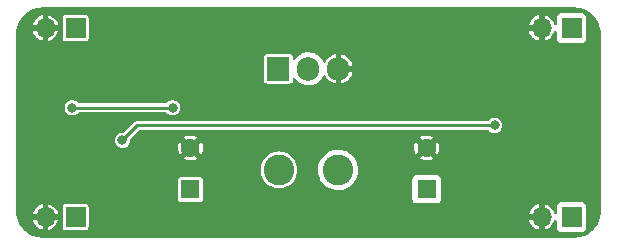
<source format=gbr>
%TF.GenerationSoftware,KiCad,Pcbnew,(6.0.6)*%
%TF.CreationDate,2022-08-22T11:18:43+02:00*%
%TF.ProjectId,nixieboi_psu,6e697869-6562-46f6-995f-7073752e6b69,rev?*%
%TF.SameCoordinates,Original*%
%TF.FileFunction,Copper,L2,Bot*%
%TF.FilePolarity,Positive*%
%FSLAX46Y46*%
G04 Gerber Fmt 4.6, Leading zero omitted, Abs format (unit mm)*
G04 Created by KiCad (PCBNEW (6.0.6)) date 2022-08-22 11:18:43*
%MOMM*%
%LPD*%
G01*
G04 APERTURE LIST*
%TA.AperFunction,ComponentPad*%
%ADD10R,1.905000X2.000000*%
%TD*%
%TA.AperFunction,ComponentPad*%
%ADD11O,1.905000X2.000000*%
%TD*%
%TA.AperFunction,ComponentPad*%
%ADD12C,2.600000*%
%TD*%
%TA.AperFunction,ComponentPad*%
%ADD13R,1.600000X1.600000*%
%TD*%
%TA.AperFunction,ComponentPad*%
%ADD14C,1.600000*%
%TD*%
%TA.AperFunction,ComponentPad*%
%ADD15R,1.700000X1.700000*%
%TD*%
%TA.AperFunction,ComponentPad*%
%ADD16O,1.700000X1.700000*%
%TD*%
%TA.AperFunction,ViaPad*%
%ADD17C,0.800000*%
%TD*%
%TA.AperFunction,Conductor*%
%ADD18C,0.250000*%
%TD*%
G04 APERTURE END LIST*
D10*
%TO.P,Q1,1,G*%
%TO.N,Net-(D2-Pad1)*%
X111960000Y-64945000D03*
D11*
%TO.P,Q1,2,D*%
%TO.N,Net-(D1-Pad2)*%
X114500000Y-64945000D03*
%TO.P,Q1,3,S*%
%TO.N,GND*%
X117040000Y-64945000D03*
%TD*%
D12*
%TO.P,L1,1,1*%
%TO.N,+12V*%
X112000000Y-73500000D03*
%TO.P,L1,2,2*%
%TO.N,Net-(D1-Pad2)*%
X117000000Y-73500000D03*
%TD*%
D13*
%TO.P,C4,1*%
%TO.N,HT*%
X124500000Y-75152651D03*
D14*
%TO.P,C4,2*%
%TO.N,GND*%
X124500000Y-71652651D03*
%TD*%
D13*
%TO.P,C1,1*%
%TO.N,+12V*%
X104500000Y-75152651D03*
D14*
%TO.P,C1,2*%
%TO.N,GND*%
X104500000Y-71652651D03*
%TD*%
D15*
%TO.P,J4,1,Pin_1*%
%TO.N,HT*%
X136775000Y-77500000D03*
D16*
%TO.P,J4,2,Pin_2*%
%TO.N,GND*%
X134235000Y-77500000D03*
%TD*%
D15*
%TO.P,J2,1,Pin_1*%
%TO.N,+12V*%
X94775000Y-77500000D03*
D16*
%TO.P,J2,2,Pin_2*%
%TO.N,GND*%
X92235000Y-77500000D03*
%TD*%
D15*
%TO.P,J3,1,Pin_1*%
%TO.N,HT*%
X136775000Y-61500000D03*
D16*
%TO.P,J3,2,Pin_2*%
%TO.N,GND*%
X134235000Y-61500000D03*
%TD*%
D15*
%TO.P,J1,1,Pin_1*%
%TO.N,+12V*%
X94775000Y-61500000D03*
D16*
%TO.P,J1,2,Pin_2*%
%TO.N,GND*%
X92235000Y-61500000D03*
%TD*%
D17*
%TO.N,GND*%
X92000000Y-64500000D03*
X129000000Y-71500000D03*
X99000000Y-74500000D03*
X133500000Y-66000000D03*
X108500000Y-68000000D03*
X124500000Y-67500000D03*
X120500000Y-61000000D03*
X120500000Y-77500000D03*
X91000000Y-73000000D03*
X98500000Y-64500000D03*
X94500000Y-69500000D03*
X108500000Y-77500000D03*
X138000000Y-72000000D03*
X129000000Y-67500000D03*
X108500000Y-61000000D03*
X120500000Y-68000000D03*
%TO.N,Net-(C3-Pad2)*%
X98750000Y-71000000D03*
X130250000Y-69750000D03*
%TO.N,Net-(D2-Pad2)*%
X94500000Y-68250000D03*
X103000000Y-68250000D03*
%TD*%
D18*
%TO.N,Net-(C3-Pad2)*%
X98750000Y-71000000D02*
X100000000Y-69750000D01*
X100000000Y-69750000D02*
X130250000Y-69750000D01*
%TO.N,Net-(D2-Pad2)*%
X94500000Y-68250000D02*
X103000000Y-68250000D01*
%TD*%
%TA.AperFunction,Conductor*%
%TO.N,GND*%
G36*
X136987306Y-59752883D02*
G01*
X137000000Y-59755408D01*
X137011978Y-59753025D01*
X137024195Y-59753025D01*
X137024195Y-59753339D01*
X137034901Y-59752611D01*
X137202544Y-59762751D01*
X137263662Y-59766448D01*
X137278525Y-59768253D01*
X137530967Y-59814515D01*
X137545505Y-59818099D01*
X137711491Y-59869822D01*
X137790523Y-59894450D01*
X137804521Y-59899758D01*
X138038557Y-60005090D01*
X138051815Y-60012048D01*
X138271443Y-60144818D01*
X138283766Y-60153324D01*
X138485792Y-60311601D01*
X138497000Y-60321531D01*
X138678469Y-60503000D01*
X138688399Y-60514208D01*
X138846676Y-60716234D01*
X138855182Y-60728557D01*
X138987952Y-60948185D01*
X138994910Y-60961443D01*
X139100242Y-61195479D01*
X139105550Y-61209477D01*
X139117296Y-61247169D01*
X139181901Y-61454495D01*
X139185485Y-61469033D01*
X139231747Y-61721475D01*
X139233552Y-61736338D01*
X139235150Y-61762759D01*
X139247389Y-61965099D01*
X139246661Y-61975805D01*
X139246975Y-61975805D01*
X139246975Y-61988022D01*
X139244592Y-62000000D01*
X139246975Y-62011980D01*
X139247117Y-62012694D01*
X139249500Y-62036885D01*
X139249500Y-76963115D01*
X139247117Y-76987306D01*
X139244592Y-77000000D01*
X139246975Y-77011978D01*
X139246975Y-77024195D01*
X139246661Y-77024195D01*
X139247389Y-77034901D01*
X139242872Y-77109574D01*
X139234728Y-77244226D01*
X139233552Y-77263660D01*
X139231747Y-77278525D01*
X139185485Y-77530967D01*
X139181901Y-77545505D01*
X139130178Y-77711491D01*
X139113782Y-77764109D01*
X139105552Y-77790519D01*
X139100242Y-77804520D01*
X139084842Y-77838738D01*
X138994910Y-78038557D01*
X138987952Y-78051815D01*
X138855182Y-78271443D01*
X138846676Y-78283766D01*
X138688399Y-78485792D01*
X138678469Y-78497000D01*
X138497000Y-78678469D01*
X138485792Y-78688399D01*
X138283766Y-78846676D01*
X138271443Y-78855182D01*
X138051815Y-78987952D01*
X138038557Y-78994910D01*
X137804521Y-79100242D01*
X137790523Y-79105550D01*
X137711491Y-79130178D01*
X137545505Y-79181901D01*
X137530967Y-79185485D01*
X137278525Y-79231747D01*
X137263662Y-79233552D01*
X137202544Y-79237249D01*
X137034901Y-79247389D01*
X137024195Y-79246661D01*
X137024195Y-79246975D01*
X137011978Y-79246975D01*
X137000000Y-79244592D01*
X136988020Y-79246975D01*
X136987306Y-79247117D01*
X136963115Y-79249500D01*
X92036885Y-79249500D01*
X92012694Y-79247117D01*
X92011980Y-79246975D01*
X92000000Y-79244592D01*
X91988022Y-79246975D01*
X91975805Y-79246975D01*
X91975805Y-79246661D01*
X91965099Y-79247389D01*
X91797456Y-79237249D01*
X91736338Y-79233552D01*
X91721475Y-79231747D01*
X91469033Y-79185485D01*
X91454495Y-79181901D01*
X91288509Y-79130178D01*
X91209477Y-79105550D01*
X91195479Y-79100242D01*
X90961443Y-78994910D01*
X90948185Y-78987952D01*
X90728557Y-78855182D01*
X90716234Y-78846676D01*
X90514208Y-78688399D01*
X90503000Y-78678469D01*
X90321531Y-78497000D01*
X90311601Y-78485792D01*
X90153324Y-78283766D01*
X90144818Y-78271443D01*
X90012048Y-78051815D01*
X90005090Y-78038557D01*
X89915158Y-77838738D01*
X89899758Y-77804520D01*
X89894448Y-77790519D01*
X89886219Y-77764109D01*
X89885798Y-77762759D01*
X91166731Y-77762759D01*
X91192255Y-77863260D01*
X91196028Y-77873916D01*
X91275910Y-78047193D01*
X91281574Y-78057002D01*
X91391689Y-78212812D01*
X91399039Y-78221417D01*
X91535709Y-78354555D01*
X91544512Y-78361683D01*
X91703147Y-78467680D01*
X91713105Y-78473087D01*
X91888396Y-78548397D01*
X91899178Y-78551901D01*
X91967609Y-78567385D01*
X91981462Y-78566510D01*
X91984907Y-78557504D01*
X92485000Y-78557504D01*
X92488903Y-78570798D01*
X92498736Y-78572206D01*
X92678937Y-78511036D01*
X92689293Y-78506425D01*
X92855753Y-78413202D01*
X92865090Y-78406785D01*
X92903699Y-78374674D01*
X93674500Y-78374674D01*
X93675689Y-78380650D01*
X93675689Y-78380653D01*
X93676818Y-78386326D01*
X93689034Y-78447740D01*
X93744399Y-78530601D01*
X93827260Y-78585966D01*
X93861313Y-78592740D01*
X93894347Y-78599311D01*
X93894350Y-78599311D01*
X93900326Y-78600500D01*
X95649674Y-78600500D01*
X95655650Y-78599311D01*
X95655653Y-78599311D01*
X95688687Y-78592740D01*
X95722740Y-78585966D01*
X95805601Y-78530601D01*
X95860966Y-78447740D01*
X95873182Y-78386326D01*
X95874311Y-78380653D01*
X95874311Y-78380650D01*
X95875500Y-78374674D01*
X95875500Y-77762759D01*
X133166731Y-77762759D01*
X133192255Y-77863260D01*
X133196028Y-77873916D01*
X133275910Y-78047193D01*
X133281574Y-78057002D01*
X133391689Y-78212812D01*
X133399039Y-78221417D01*
X133535709Y-78354555D01*
X133544512Y-78361683D01*
X133703147Y-78467680D01*
X133713105Y-78473087D01*
X133888396Y-78548397D01*
X133899178Y-78551901D01*
X133967609Y-78567385D01*
X133981462Y-78566510D01*
X133984907Y-78557504D01*
X134485000Y-78557504D01*
X134488903Y-78570798D01*
X134498736Y-78572206D01*
X134678937Y-78511036D01*
X134689293Y-78506425D01*
X134855753Y-78413202D01*
X134865090Y-78406785D01*
X135011777Y-78284787D01*
X135019787Y-78276777D01*
X135141785Y-78130090D01*
X135148202Y-78120753D01*
X135241425Y-77954293D01*
X135246034Y-77943940D01*
X135283082Y-77834802D01*
X135323271Y-77777648D01*
X135387980Y-77751295D01*
X135456665Y-77764109D01*
X135507518Y-77812023D01*
X135524501Y-77874660D01*
X135524501Y-78381518D01*
X135539354Y-78475304D01*
X135596950Y-78588342D01*
X135686658Y-78678050D01*
X135799696Y-78735646D01*
X135828933Y-78740277D01*
X135888661Y-78749737D01*
X135888666Y-78749737D01*
X135893481Y-78750500D01*
X135898359Y-78750500D01*
X136775632Y-78750499D01*
X137656518Y-78750499D01*
X137729151Y-78738996D01*
X137740669Y-78737172D01*
X137740670Y-78737172D01*
X137750304Y-78735646D01*
X137863342Y-78678050D01*
X137953050Y-78588342D01*
X138010646Y-78475304D01*
X138020482Y-78413202D01*
X138024737Y-78386339D01*
X138024737Y-78386334D01*
X138025500Y-78381519D01*
X138025499Y-76618482D01*
X138010646Y-76524696D01*
X137953050Y-76411658D01*
X137863342Y-76321950D01*
X137750304Y-76264354D01*
X137721067Y-76259723D01*
X137661339Y-76250263D01*
X137661334Y-76250263D01*
X137656519Y-76249500D01*
X137651641Y-76249500D01*
X136774368Y-76249501D01*
X135893482Y-76249501D01*
X135820849Y-76261004D01*
X135809331Y-76262828D01*
X135809330Y-76262828D01*
X135799696Y-76264354D01*
X135686658Y-76321950D01*
X135596950Y-76411658D01*
X135539354Y-76524696D01*
X135524500Y-76618481D01*
X135524500Y-77122989D01*
X135504815Y-77190028D01*
X135452011Y-77235783D01*
X135382853Y-77245727D01*
X135319297Y-77216702D01*
X135281155Y-77156647D01*
X135267881Y-77109579D01*
X135263819Y-77098998D01*
X135179441Y-76927894D01*
X135173517Y-76918228D01*
X135059366Y-76765362D01*
X135051785Y-76756942D01*
X134911683Y-76627432D01*
X134902701Y-76620540D01*
X134741331Y-76518724D01*
X134731253Y-76513589D01*
X134554035Y-76442886D01*
X134543182Y-76439670D01*
X134502484Y-76431576D01*
X134489816Y-76432710D01*
X134485000Y-76447623D01*
X134485000Y-78557504D01*
X133984907Y-78557504D01*
X133985000Y-78557261D01*
X133985000Y-77767830D01*
X133980596Y-77752831D01*
X133979226Y-77751644D01*
X133971668Y-77750000D01*
X133181321Y-77750000D01*
X133168004Y-77753910D01*
X133166731Y-77762759D01*
X95875500Y-77762759D01*
X95875500Y-77246850D01*
X133165809Y-77246850D01*
X133172433Y-77250000D01*
X133967170Y-77250000D01*
X133982169Y-77245596D01*
X133983356Y-77244226D01*
X133985000Y-77236668D01*
X133985000Y-76444587D01*
X133981254Y-76431829D01*
X133966573Y-76429923D01*
X133954685Y-76431966D01*
X133943745Y-76434897D01*
X133764737Y-76500936D01*
X133754524Y-76505808D01*
X133590557Y-76603358D01*
X133581390Y-76610018D01*
X133437942Y-76735819D01*
X133430152Y-76744028D01*
X133312027Y-76893868D01*
X133305864Y-76903360D01*
X133217025Y-77072214D01*
X133212694Y-77082669D01*
X133166023Y-77232975D01*
X133165809Y-77246850D01*
X95875500Y-77246850D01*
X95875500Y-76625326D01*
X95874139Y-76618481D01*
X95863349Y-76564241D01*
X95860966Y-76552260D01*
X95805601Y-76469399D01*
X95722740Y-76414034D01*
X95688687Y-76407260D01*
X95655653Y-76400689D01*
X95655650Y-76400689D01*
X95649674Y-76399500D01*
X93900326Y-76399500D01*
X93894350Y-76400689D01*
X93894347Y-76400689D01*
X93861313Y-76407260D01*
X93827260Y-76414034D01*
X93744399Y-76469399D01*
X93689034Y-76552260D01*
X93686651Y-76564241D01*
X93675862Y-76618481D01*
X93674500Y-76625326D01*
X93674500Y-78374674D01*
X92903699Y-78374674D01*
X93011777Y-78284787D01*
X93019787Y-78276777D01*
X93141785Y-78130090D01*
X93148202Y-78120753D01*
X93241425Y-77954293D01*
X93246036Y-77943937D01*
X93307215Y-77763709D01*
X93305821Y-77753930D01*
X93292467Y-77750000D01*
X92502830Y-77750000D01*
X92487831Y-77754404D01*
X92486644Y-77755774D01*
X92485000Y-77763332D01*
X92485000Y-78557504D01*
X91984907Y-78557504D01*
X91985000Y-78557261D01*
X91985000Y-77767830D01*
X91980596Y-77752831D01*
X91979226Y-77751644D01*
X91971668Y-77750000D01*
X91181321Y-77750000D01*
X91168004Y-77753910D01*
X91166731Y-77762759D01*
X89885798Y-77762759D01*
X89869822Y-77711491D01*
X89818099Y-77545505D01*
X89814515Y-77530967D01*
X89768253Y-77278525D01*
X89766448Y-77263660D01*
X89765432Y-77246850D01*
X91165809Y-77246850D01*
X91172433Y-77250000D01*
X91967170Y-77250000D01*
X91982169Y-77245596D01*
X91983356Y-77244226D01*
X91985000Y-77236668D01*
X91985000Y-77232170D01*
X92485000Y-77232170D01*
X92489404Y-77247169D01*
X92490774Y-77248356D01*
X92498332Y-77250000D01*
X93289654Y-77250000D01*
X93302971Y-77246090D01*
X93304123Y-77238082D01*
X93267880Y-77109574D01*
X93263823Y-77099007D01*
X93179441Y-76927894D01*
X93173517Y-76918228D01*
X93059366Y-76765362D01*
X93051785Y-76756942D01*
X92911683Y-76627432D01*
X92902701Y-76620540D01*
X92741331Y-76518724D01*
X92731253Y-76513589D01*
X92554035Y-76442886D01*
X92543182Y-76439670D01*
X92502484Y-76431576D01*
X92489816Y-76432710D01*
X92485000Y-76447623D01*
X92485000Y-77232170D01*
X91985000Y-77232170D01*
X91985000Y-76444587D01*
X91981254Y-76431829D01*
X91966573Y-76429923D01*
X91954685Y-76431966D01*
X91943745Y-76434897D01*
X91764737Y-76500936D01*
X91754524Y-76505808D01*
X91590557Y-76603358D01*
X91581390Y-76610018D01*
X91437942Y-76735819D01*
X91430152Y-76744028D01*
X91312027Y-76893868D01*
X91305864Y-76903360D01*
X91217025Y-77072214D01*
X91212694Y-77082669D01*
X91166023Y-77232975D01*
X91165809Y-77246850D01*
X89765432Y-77246850D01*
X89765273Y-77244226D01*
X89757128Y-77109574D01*
X89752611Y-77034901D01*
X89753339Y-77024195D01*
X89753025Y-77024195D01*
X89753025Y-77011978D01*
X89755408Y-77000000D01*
X89752883Y-76987306D01*
X89750500Y-76963115D01*
X89750500Y-75977325D01*
X103449500Y-75977325D01*
X103450689Y-75983301D01*
X103450689Y-75983304D01*
X103451818Y-75988977D01*
X103464034Y-76050391D01*
X103519399Y-76133252D01*
X103602260Y-76188617D01*
X103636313Y-76195391D01*
X103669347Y-76201962D01*
X103669350Y-76201962D01*
X103675326Y-76203151D01*
X105324674Y-76203151D01*
X105330650Y-76201962D01*
X105330653Y-76201962D01*
X105363687Y-76195391D01*
X105397740Y-76188617D01*
X105480601Y-76133252D01*
X105535966Y-76050391D01*
X105548182Y-75988977D01*
X105549311Y-75983304D01*
X105549311Y-75983301D01*
X105550500Y-75977325D01*
X105550500Y-74327977D01*
X105549139Y-74321132D01*
X105538349Y-74266892D01*
X105535966Y-74254911D01*
X105480601Y-74172050D01*
X105397740Y-74116685D01*
X105363687Y-74109911D01*
X105330653Y-74103340D01*
X105330650Y-74103340D01*
X105324674Y-74102151D01*
X103675326Y-74102151D01*
X103669350Y-74103340D01*
X103669347Y-74103340D01*
X103636313Y-74109911D01*
X103602260Y-74116685D01*
X103519399Y-74172050D01*
X103464034Y-74254911D01*
X103461651Y-74266892D01*
X103450862Y-74321132D01*
X103449500Y-74327977D01*
X103449500Y-75977325D01*
X89750500Y-75977325D01*
X89750500Y-73500000D01*
X110444706Y-73500000D01*
X110445088Y-73504854D01*
X110461417Y-73712331D01*
X110463854Y-73743302D01*
X110464990Y-73748032D01*
X110518625Y-73971434D01*
X110520828Y-73980612D01*
X110522692Y-73985113D01*
X110522694Y-73985118D01*
X110561504Y-74078813D01*
X110614223Y-74206089D01*
X110616768Y-74210242D01*
X110616769Y-74210244D01*
X110644141Y-74254911D01*
X110741741Y-74414179D01*
X110900241Y-74599759D01*
X111085821Y-74758259D01*
X111293911Y-74885777D01*
X111298414Y-74887642D01*
X111514882Y-74977306D01*
X111514887Y-74977308D01*
X111519388Y-74979172D01*
X111524120Y-74980308D01*
X111524126Y-74980310D01*
X111648112Y-75010076D01*
X111756698Y-75036146D01*
X111761542Y-75036527D01*
X111761547Y-75036528D01*
X111995146Y-75054912D01*
X112000000Y-75055294D01*
X112004854Y-75054912D01*
X112238453Y-75036528D01*
X112238458Y-75036527D01*
X112243302Y-75036146D01*
X112351888Y-75010076D01*
X112475874Y-74980310D01*
X112475880Y-74980308D01*
X112480612Y-74979172D01*
X112485113Y-74977308D01*
X112485118Y-74977306D01*
X112701586Y-74887642D01*
X112706089Y-74885777D01*
X112914179Y-74758259D01*
X113099759Y-74599759D01*
X113258259Y-74414179D01*
X113355859Y-74254911D01*
X113383231Y-74210244D01*
X113383232Y-74210242D01*
X113385777Y-74206089D01*
X113438496Y-74078813D01*
X113477306Y-73985118D01*
X113477308Y-73985113D01*
X113479172Y-73980612D01*
X113481376Y-73971434D01*
X113535010Y-73748032D01*
X113536146Y-73743302D01*
X113538584Y-73712331D01*
X113554912Y-73504854D01*
X113555294Y-73500000D01*
X113551781Y-73455361D01*
X115295316Y-73455361D01*
X115295537Y-73459963D01*
X115295537Y-73459965D01*
X115301896Y-73592333D01*
X115307443Y-73707820D01*
X115308340Y-73712327D01*
X115308340Y-73712331D01*
X115332823Y-73835412D01*
X115356752Y-73955713D01*
X115358302Y-73960031D01*
X115358304Y-73960037D01*
X115438070Y-74182203D01*
X115442160Y-74193595D01*
X115444337Y-74197646D01*
X115444338Y-74197649D01*
X115513306Y-74326004D01*
X115561792Y-74416240D01*
X115713018Y-74618756D01*
X115799787Y-74704771D01*
X115889253Y-74793461D01*
X115889258Y-74793465D01*
X115892517Y-74796696D01*
X116096346Y-74946149D01*
X116212708Y-75007370D01*
X116315946Y-75061687D01*
X116315953Y-75061690D01*
X116320026Y-75063833D01*
X116324367Y-75065349D01*
X116324374Y-75065352D01*
X116554297Y-75145644D01*
X116558644Y-75147162D01*
X116563163Y-75148020D01*
X116563167Y-75148021D01*
X116802443Y-75193449D01*
X116802446Y-75193449D01*
X116806958Y-75194306D01*
X116811548Y-75194486D01*
X116811554Y-75194487D01*
X117054905Y-75204048D01*
X117054906Y-75204048D01*
X117059513Y-75204229D01*
X117262488Y-75182000D01*
X117306186Y-75177214D01*
X117306187Y-75177214D01*
X117310760Y-75176713D01*
X117315208Y-75175542D01*
X117550739Y-75113533D01*
X117550746Y-75113531D01*
X117555181Y-75112363D01*
X117787405Y-75012591D01*
X117891305Y-74948296D01*
X117998415Y-74882015D01*
X117998422Y-74882010D01*
X118002331Y-74879591D01*
X118195238Y-74716283D01*
X118361888Y-74526256D01*
X118493828Y-74321132D01*
X123299500Y-74321132D01*
X123299501Y-75984169D01*
X123314354Y-76077955D01*
X123371950Y-76190993D01*
X123461658Y-76280701D01*
X123574696Y-76338297D01*
X123603933Y-76342928D01*
X123663661Y-76352388D01*
X123663666Y-76352388D01*
X123668481Y-76353151D01*
X123673359Y-76353151D01*
X124500597Y-76353150D01*
X125331518Y-76353150D01*
X125404151Y-76341647D01*
X125415669Y-76339823D01*
X125415670Y-76339823D01*
X125425304Y-76338297D01*
X125538342Y-76280701D01*
X125628050Y-76190993D01*
X125685646Y-76077955D01*
X125700500Y-75984170D01*
X125700499Y-74321133D01*
X125685646Y-74227347D01*
X125628050Y-74114309D01*
X125538342Y-74024601D01*
X125425304Y-73967005D01*
X125381310Y-73960037D01*
X125336339Y-73952914D01*
X125336334Y-73952914D01*
X125331519Y-73952151D01*
X125326641Y-73952151D01*
X124499403Y-73952152D01*
X123668482Y-73952152D01*
X123595849Y-73963655D01*
X123584331Y-73965479D01*
X123584330Y-73965479D01*
X123574696Y-73967005D01*
X123461658Y-74024601D01*
X123371950Y-74114309D01*
X123314354Y-74227347D01*
X123312827Y-74236989D01*
X123300680Y-74313684D01*
X123299500Y-74321132D01*
X118493828Y-74321132D01*
X118498619Y-74313684D01*
X118533168Y-74236989D01*
X118600541Y-74087425D01*
X118602428Y-74083236D01*
X118671034Y-73839976D01*
X118683950Y-73738453D01*
X118702538Y-73592333D01*
X118702931Y-73589247D01*
X118705268Y-73500000D01*
X118705038Y-73496902D01*
X118686879Y-73252542D01*
X118686878Y-73252537D01*
X118686537Y-73247945D01*
X118634820Y-73019388D01*
X118631774Y-73005925D01*
X118631772Y-73005920D01*
X118630756Y-73001428D01*
X118596388Y-72913051D01*
X118540817Y-72770149D01*
X118540816Y-72770146D01*
X118539150Y-72765863D01*
X118518694Y-72730071D01*
X118416133Y-72550628D01*
X123961106Y-72550628D01*
X123965938Y-72557083D01*
X124072307Y-72616530D01*
X124083366Y-72621362D01*
X124267667Y-72681244D01*
X124279458Y-72683837D01*
X124471883Y-72706783D01*
X124483949Y-72707036D01*
X124677166Y-72692168D01*
X124689057Y-72690071D01*
X124875702Y-72637959D01*
X124886953Y-72633595D01*
X125030784Y-72560941D01*
X125040908Y-72551446D01*
X125038705Y-72544909D01*
X124512607Y-72018811D01*
X124498887Y-72011319D01*
X124497081Y-72011448D01*
X124490574Y-72015630D01*
X123967757Y-72538447D01*
X123961106Y-72550628D01*
X118416133Y-72550628D01*
X118416011Y-72550415D01*
X118416010Y-72550414D01*
X118413731Y-72546426D01*
X118257255Y-72347938D01*
X118226449Y-72318958D01*
X118076512Y-72177911D01*
X118076510Y-72177909D01*
X118073160Y-72174758D01*
X118029678Y-72144593D01*
X117930846Y-72076031D01*
X117865489Y-72030691D01*
X117861370Y-72028660D01*
X117861367Y-72028658D01*
X117642934Y-71920939D01*
X117642932Y-71920938D01*
X117638805Y-71918903D01*
X117634424Y-71917501D01*
X117634420Y-71917499D01*
X117511646Y-71878199D01*
X117398087Y-71841849D01*
X117148624Y-71801221D01*
X117027120Y-71799631D01*
X116900506Y-71797973D01*
X116900501Y-71797973D01*
X116895896Y-71797913D01*
X116791195Y-71812162D01*
X116650022Y-71831374D01*
X116650016Y-71831375D01*
X116645455Y-71831996D01*
X116641034Y-71833284D01*
X116641032Y-71833285D01*
X116587285Y-71848951D01*
X116402803Y-71902723D01*
X116398635Y-71904645D01*
X116398631Y-71904646D01*
X116310906Y-71945088D01*
X116173270Y-72008539D01*
X116169419Y-72011064D01*
X116169415Y-72011066D01*
X116135486Y-72033311D01*
X115961899Y-72147120D01*
X115773333Y-72315421D01*
X115611715Y-72509746D01*
X115480595Y-72725825D01*
X115478817Y-72730065D01*
X115478814Y-72730071D01*
X115452044Y-72793911D01*
X115382854Y-72958911D01*
X115320639Y-73203883D01*
X115295316Y-73455361D01*
X113551781Y-73455361D01*
X113536146Y-73256698D01*
X113479172Y-73019388D01*
X113473596Y-73005925D01*
X113387642Y-72798414D01*
X113385777Y-72793911D01*
X113258259Y-72585821D01*
X113099759Y-72400241D01*
X112914179Y-72241741D01*
X112834873Y-72193142D01*
X112710244Y-72116769D01*
X112710242Y-72116768D01*
X112706089Y-72114223D01*
X112542465Y-72046448D01*
X112485118Y-72022694D01*
X112485113Y-72022692D01*
X112480612Y-72020828D01*
X112475880Y-72019692D01*
X112475874Y-72019690D01*
X112351888Y-71989924D01*
X112243302Y-71963854D01*
X112238458Y-71963473D01*
X112238453Y-71963472D01*
X112004854Y-71945088D01*
X112000000Y-71944706D01*
X111995146Y-71945088D01*
X111761547Y-71963472D01*
X111761542Y-71963473D01*
X111756698Y-71963854D01*
X111648112Y-71989924D01*
X111524126Y-72019690D01*
X111524120Y-72019692D01*
X111519388Y-72020828D01*
X111514887Y-72022692D01*
X111514882Y-72022694D01*
X111457535Y-72046448D01*
X111293911Y-72114223D01*
X111289758Y-72116768D01*
X111289756Y-72116769D01*
X111165127Y-72193142D01*
X111085821Y-72241741D01*
X110900241Y-72400241D01*
X110741741Y-72585821D01*
X110614223Y-72793911D01*
X110612358Y-72798414D01*
X110526405Y-73005925D01*
X110520828Y-73019388D01*
X110463854Y-73256698D01*
X110444706Y-73500000D01*
X89750500Y-73500000D01*
X89750500Y-72550628D01*
X103961106Y-72550628D01*
X103965938Y-72557083D01*
X104072307Y-72616530D01*
X104083366Y-72621362D01*
X104267667Y-72681244D01*
X104279458Y-72683837D01*
X104471883Y-72706783D01*
X104483949Y-72707036D01*
X104677166Y-72692168D01*
X104689057Y-72690071D01*
X104875702Y-72637959D01*
X104886953Y-72633595D01*
X105030784Y-72560941D01*
X105040908Y-72551446D01*
X105038705Y-72544909D01*
X104512607Y-72018811D01*
X104498887Y-72011319D01*
X104497081Y-72011448D01*
X104490574Y-72015630D01*
X103967757Y-72538447D01*
X103961106Y-72550628D01*
X89750500Y-72550628D01*
X89750500Y-70993138D01*
X98094758Y-70993138D01*
X98095578Y-71000566D01*
X98095578Y-71000568D01*
X98097474Y-71017744D01*
X98112035Y-71149633D01*
X98166143Y-71297490D01*
X98253958Y-71428172D01*
X98308693Y-71477977D01*
X98364878Y-71529102D01*
X98364882Y-71529105D01*
X98370410Y-71534135D01*
X98508776Y-71609262D01*
X98611031Y-71636088D01*
X98653841Y-71647319D01*
X98653843Y-71647319D01*
X98661069Y-71649215D01*
X98738127Y-71650425D01*
X98811025Y-71651571D01*
X98811028Y-71651571D01*
X98818495Y-71651688D01*
X98825776Y-71650020D01*
X98825780Y-71650020D01*
X98852213Y-71643966D01*
X103445530Y-71643966D01*
X103461744Y-71837063D01*
X103463926Y-71848951D01*
X103517337Y-72035217D01*
X103521783Y-72046448D01*
X103592005Y-72183085D01*
X103601571Y-72193142D01*
X103608262Y-72190836D01*
X104133840Y-71665258D01*
X104140116Y-71653764D01*
X104858668Y-71653764D01*
X104858797Y-71655570D01*
X104862979Y-71662077D01*
X105385623Y-72184721D01*
X105397804Y-72191372D01*
X105404432Y-72186411D01*
X105460866Y-72087068D01*
X105465780Y-72076031D01*
X105526947Y-71892159D01*
X105529622Y-71880386D01*
X105554235Y-71685554D01*
X105554718Y-71678644D01*
X105555033Y-71656113D01*
X105554743Y-71649203D01*
X105554230Y-71643966D01*
X123445530Y-71643966D01*
X123461744Y-71837063D01*
X123463926Y-71848951D01*
X123517337Y-72035217D01*
X123521783Y-72046448D01*
X123592005Y-72183085D01*
X123601571Y-72193142D01*
X123608262Y-72190836D01*
X124133840Y-71665258D01*
X124140116Y-71653764D01*
X124858668Y-71653764D01*
X124858797Y-71655570D01*
X124862979Y-71662077D01*
X125385623Y-72184721D01*
X125397804Y-72191372D01*
X125404432Y-72186411D01*
X125460866Y-72087068D01*
X125465780Y-72076031D01*
X125526947Y-71892159D01*
X125529622Y-71880386D01*
X125554235Y-71685554D01*
X125554718Y-71678644D01*
X125555033Y-71656113D01*
X125554743Y-71649203D01*
X125535579Y-71453754D01*
X125533235Y-71441915D01*
X125477224Y-71256397D01*
X125472623Y-71245235D01*
X125407520Y-71122793D01*
X125397817Y-71112872D01*
X125390804Y-71115400D01*
X124866160Y-71640044D01*
X124858668Y-71653764D01*
X124140116Y-71653764D01*
X124141332Y-71651538D01*
X124141203Y-71649732D01*
X124137021Y-71643225D01*
X123613994Y-71120198D01*
X123601813Y-71113547D01*
X123595525Y-71118254D01*
X123533157Y-71231700D01*
X123528406Y-71242785D01*
X123469808Y-71427508D01*
X123467299Y-71439315D01*
X123445698Y-71631890D01*
X123445530Y-71643966D01*
X105554230Y-71643966D01*
X105535579Y-71453754D01*
X105533235Y-71441915D01*
X105477224Y-71256397D01*
X105472623Y-71245235D01*
X105407520Y-71122793D01*
X105397817Y-71112872D01*
X105390804Y-71115400D01*
X104866160Y-71640044D01*
X104858668Y-71653764D01*
X104140116Y-71653764D01*
X104141332Y-71651538D01*
X104141203Y-71649732D01*
X104137021Y-71643225D01*
X103613994Y-71120198D01*
X103601813Y-71113547D01*
X103595525Y-71118254D01*
X103533157Y-71231700D01*
X103528406Y-71242785D01*
X103469808Y-71427508D01*
X103467299Y-71439315D01*
X103445698Y-71631890D01*
X103445530Y-71643966D01*
X98852213Y-71643966D01*
X98964681Y-71618207D01*
X98971968Y-71616538D01*
X99112625Y-71545795D01*
X99118306Y-71540943D01*
X99118309Y-71540941D01*
X99226666Y-71448395D01*
X99226667Y-71448394D01*
X99232348Y-71443542D01*
X99243393Y-71428172D01*
X99263798Y-71399775D01*
X99324224Y-71315683D01*
X99382950Y-71169598D01*
X99384793Y-71156649D01*
X99404562Y-71017744D01*
X99404562Y-71017740D01*
X99405134Y-71013723D01*
X99405278Y-71000000D01*
X99399116Y-70949077D01*
X99410604Y-70880159D01*
X99434537Y-70846500D01*
X99526490Y-70754547D01*
X103959886Y-70754547D01*
X103962301Y-70761399D01*
X104487393Y-71286491D01*
X104501113Y-71293983D01*
X104502919Y-71293854D01*
X104509426Y-71289672D01*
X105032703Y-70766395D01*
X105039172Y-70754547D01*
X123959886Y-70754547D01*
X123962301Y-70761399D01*
X124487393Y-71286491D01*
X124501113Y-71293983D01*
X124502919Y-71293854D01*
X124509426Y-71289672D01*
X125032703Y-70766395D01*
X125039354Y-70754214D01*
X125034769Y-70748089D01*
X124914195Y-70682896D01*
X124903068Y-70678218D01*
X124717937Y-70620911D01*
X124706130Y-70618487D01*
X124513395Y-70598230D01*
X124501329Y-70598145D01*
X124308340Y-70615708D01*
X124296477Y-70617971D01*
X124110575Y-70672685D01*
X124099386Y-70677206D01*
X123969875Y-70744913D01*
X123959886Y-70754547D01*
X105039172Y-70754547D01*
X105039354Y-70754214D01*
X105034769Y-70748089D01*
X104914195Y-70682896D01*
X104903068Y-70678218D01*
X104717937Y-70620911D01*
X104706130Y-70618487D01*
X104513395Y-70598230D01*
X104501329Y-70598145D01*
X104308340Y-70615708D01*
X104296477Y-70617971D01*
X104110575Y-70672685D01*
X104099386Y-70677206D01*
X103969875Y-70744913D01*
X103959886Y-70754547D01*
X99526490Y-70754547D01*
X100119218Y-70161819D01*
X100180541Y-70128334D01*
X100206899Y-70125500D01*
X129652907Y-70125500D01*
X129719946Y-70145185D01*
X129746771Y-70168472D01*
X129749790Y-70171969D01*
X129753958Y-70178172D01*
X129759488Y-70183204D01*
X129759489Y-70183205D01*
X129864878Y-70279102D01*
X129864882Y-70279105D01*
X129870410Y-70284135D01*
X129876980Y-70287702D01*
X129876981Y-70287703D01*
X130002208Y-70355696D01*
X130008776Y-70359262D01*
X130103362Y-70384076D01*
X130153841Y-70397319D01*
X130153843Y-70397319D01*
X130161069Y-70399215D01*
X130238127Y-70400425D01*
X130311025Y-70401571D01*
X130311028Y-70401571D01*
X130318495Y-70401688D01*
X130325776Y-70400020D01*
X130325780Y-70400020D01*
X130464681Y-70368207D01*
X130471968Y-70366538D01*
X130612625Y-70295795D01*
X130618306Y-70290943D01*
X130618309Y-70290941D01*
X130726666Y-70198395D01*
X130726667Y-70198394D01*
X130732348Y-70193542D01*
X130743393Y-70178172D01*
X130781241Y-70125500D01*
X130824224Y-70065683D01*
X130882950Y-69919598D01*
X130905134Y-69763723D01*
X130905278Y-69750000D01*
X130886363Y-69593694D01*
X130830710Y-69446412D01*
X130822977Y-69435160D01*
X130745768Y-69322821D01*
X130745765Y-69322818D01*
X130741531Y-69316657D01*
X130623976Y-69211919D01*
X130484831Y-69138245D01*
X130332128Y-69099889D01*
X130250329Y-69099461D01*
X130182158Y-69099104D01*
X130182157Y-69099104D01*
X130174684Y-69099065D01*
X130167421Y-69100809D01*
X130167418Y-69100809D01*
X130098136Y-69117442D01*
X130021588Y-69135820D01*
X129881679Y-69208032D01*
X129763034Y-69311533D01*
X129758736Y-69317649D01*
X129755820Y-69321798D01*
X129701168Y-69365329D01*
X129654367Y-69374500D01*
X100053284Y-69374500D01*
X100029349Y-69371953D01*
X100027948Y-69371887D01*
X100017934Y-69369731D01*
X100007761Y-69370935D01*
X99984898Y-69373641D01*
X99979016Y-69373988D01*
X99979023Y-69374078D01*
X99973918Y-69374500D01*
X99968807Y-69374500D01*
X99949947Y-69377639D01*
X99944168Y-69378461D01*
X99903968Y-69383219D01*
X99903966Y-69383220D01*
X99893790Y-69384424D01*
X99885623Y-69388346D01*
X99876687Y-69389833D01*
X99832043Y-69413922D01*
X99826840Y-69416574D01*
X99781100Y-69438537D01*
X99776869Y-69442094D01*
X99774983Y-69443980D01*
X99773053Y-69445751D01*
X99773000Y-69445779D01*
X99772883Y-69445652D01*
X99772326Y-69446143D01*
X99766671Y-69449194D01*
X99759711Y-69456723D01*
X99759710Y-69456724D01*
X99730447Y-69488381D01*
X99727072Y-69491891D01*
X98905469Y-70313494D01*
X98844146Y-70346979D01*
X98817143Y-70349811D01*
X98709988Y-70349250D01*
X98682158Y-70349104D01*
X98682157Y-70349104D01*
X98674684Y-70349065D01*
X98667421Y-70350809D01*
X98667418Y-70350809D01*
X98598136Y-70367442D01*
X98521588Y-70385820D01*
X98381679Y-70458032D01*
X98263034Y-70561533D01*
X98172501Y-70690348D01*
X98115309Y-70837039D01*
X98094758Y-70993138D01*
X89750500Y-70993138D01*
X89750500Y-68243138D01*
X93844758Y-68243138D01*
X93845578Y-68250566D01*
X93845578Y-68250568D01*
X93847474Y-68267744D01*
X93862035Y-68399633D01*
X93916143Y-68547490D01*
X94003958Y-68678172D01*
X94026183Y-68698395D01*
X94114878Y-68779102D01*
X94114882Y-68779105D01*
X94120410Y-68784135D01*
X94258776Y-68859262D01*
X94361031Y-68886088D01*
X94403841Y-68897319D01*
X94403843Y-68897319D01*
X94411069Y-68899215D01*
X94488127Y-68900425D01*
X94561025Y-68901571D01*
X94561028Y-68901571D01*
X94568495Y-68901688D01*
X94575776Y-68900020D01*
X94575780Y-68900020D01*
X94714681Y-68868207D01*
X94721968Y-68866538D01*
X94862625Y-68795795D01*
X94868306Y-68790943D01*
X94868309Y-68790941D01*
X94976666Y-68698395D01*
X94976667Y-68698394D01*
X94982348Y-68693542D01*
X94994133Y-68677141D01*
X95049237Y-68634187D01*
X95094831Y-68625500D01*
X102402907Y-68625500D01*
X102469946Y-68645185D01*
X102496771Y-68668472D01*
X102499790Y-68671969D01*
X102503958Y-68678172D01*
X102509488Y-68683204D01*
X102509489Y-68683205D01*
X102614878Y-68779102D01*
X102614882Y-68779105D01*
X102620410Y-68784135D01*
X102758776Y-68859262D01*
X102861031Y-68886088D01*
X102903841Y-68897319D01*
X102903843Y-68897319D01*
X102911069Y-68899215D01*
X102988127Y-68900425D01*
X103061025Y-68901571D01*
X103061028Y-68901571D01*
X103068495Y-68901688D01*
X103075776Y-68900020D01*
X103075780Y-68900020D01*
X103214681Y-68868207D01*
X103221968Y-68866538D01*
X103362625Y-68795795D01*
X103368306Y-68790943D01*
X103368309Y-68790941D01*
X103476666Y-68698395D01*
X103476667Y-68698394D01*
X103482348Y-68693542D01*
X103493393Y-68678172D01*
X103531241Y-68625500D01*
X103574224Y-68565683D01*
X103632950Y-68419598D01*
X103634793Y-68406649D01*
X103654562Y-68267744D01*
X103654562Y-68267740D01*
X103655134Y-68263723D01*
X103655278Y-68250000D01*
X103636363Y-68093694D01*
X103580710Y-67946412D01*
X103517757Y-67854815D01*
X103495768Y-67822821D01*
X103495765Y-67822818D01*
X103491531Y-67816657D01*
X103373976Y-67711919D01*
X103234831Y-67638245D01*
X103082128Y-67599889D01*
X103000329Y-67599461D01*
X102932158Y-67599104D01*
X102932157Y-67599104D01*
X102924684Y-67599065D01*
X102917421Y-67600809D01*
X102917418Y-67600809D01*
X102848136Y-67617442D01*
X102771588Y-67635820D01*
X102631679Y-67708032D01*
X102513034Y-67811533D01*
X102508736Y-67817649D01*
X102505820Y-67821798D01*
X102451168Y-67865329D01*
X102404367Y-67874500D01*
X95096525Y-67874500D01*
X95029486Y-67854815D01*
X95001522Y-67827705D01*
X95000707Y-67828424D01*
X94995767Y-67822821D01*
X94991531Y-67816657D01*
X94873976Y-67711919D01*
X94734831Y-67638245D01*
X94582128Y-67599889D01*
X94500329Y-67599461D01*
X94432158Y-67599104D01*
X94432157Y-67599104D01*
X94424684Y-67599065D01*
X94417421Y-67600809D01*
X94417418Y-67600809D01*
X94348136Y-67617442D01*
X94271588Y-67635820D01*
X94131679Y-67708032D01*
X94013034Y-67811533D01*
X93922501Y-67940348D01*
X93865309Y-68087039D01*
X93844758Y-68243138D01*
X89750500Y-68243138D01*
X89750500Y-65969674D01*
X110757000Y-65969674D01*
X110771534Y-66042740D01*
X110826899Y-66125601D01*
X110837052Y-66132385D01*
X110861826Y-66148938D01*
X110909760Y-66180966D01*
X110943813Y-66187740D01*
X110976847Y-66194311D01*
X110976850Y-66194311D01*
X110982826Y-66195500D01*
X112937174Y-66195500D01*
X112943150Y-66194311D01*
X112943153Y-66194311D01*
X112976187Y-66187740D01*
X113010240Y-66180966D01*
X113058174Y-66148938D01*
X113082948Y-66132385D01*
X113093101Y-66125601D01*
X113148466Y-66042740D01*
X113163000Y-65969674D01*
X113163000Y-65835547D01*
X113182685Y-65768508D01*
X113235489Y-65722753D01*
X113304647Y-65712809D01*
X113368203Y-65741834D01*
X113389861Y-65766297D01*
X113441743Y-65843360D01*
X113445363Y-65847155D01*
X113445364Y-65847156D01*
X113596608Y-66005700D01*
X113600234Y-66009501D01*
X113784451Y-66146562D01*
X113989128Y-66250626D01*
X113994134Y-66252180D01*
X113994133Y-66252180D01*
X114203400Y-66317159D01*
X114203406Y-66317160D01*
X114208413Y-66318715D01*
X114213617Y-66319405D01*
X114213618Y-66319405D01*
X114430834Y-66348196D01*
X114430838Y-66348196D01*
X114436035Y-66348885D01*
X114579164Y-66343511D01*
X114660241Y-66340467D01*
X114660242Y-66340467D01*
X114665485Y-66340270D01*
X114670615Y-66339194D01*
X114670620Y-66339193D01*
X114885073Y-66294197D01*
X114885075Y-66294196D01*
X114890205Y-66293120D01*
X114895083Y-66291194D01*
X114895085Y-66291193D01*
X115003823Y-66248250D01*
X115103767Y-66208780D01*
X115108251Y-66206059D01*
X115108255Y-66206057D01*
X115295574Y-66092388D01*
X115300065Y-66089663D01*
X115388831Y-66012636D01*
X115469520Y-65942618D01*
X115469524Y-65942614D01*
X115473487Y-65939175D01*
X115613425Y-65768508D01*
X115615746Y-65765677D01*
X115615747Y-65765676D01*
X115619074Y-65761618D01*
X115630336Y-65741834D01*
X115730070Y-65566629D01*
X115730073Y-65566623D01*
X115732664Y-65562071D01*
X115738345Y-65546420D01*
X115779722Y-65490120D01*
X115844969Y-65465128D01*
X115913370Y-65479378D01*
X115966116Y-65533885D01*
X116007792Y-65618396D01*
X116013711Y-65628054D01*
X116139136Y-65796018D01*
X116146717Y-65804438D01*
X116300653Y-65946735D01*
X116309638Y-65953630D01*
X116486928Y-66065492D01*
X116497019Y-66070633D01*
X116691720Y-66148311D01*
X116702592Y-66151532D01*
X116772512Y-66165439D01*
X116785184Y-66164306D01*
X116789183Y-66151922D01*
X117290000Y-66151922D01*
X117293746Y-66164680D01*
X117308427Y-66166586D01*
X117346960Y-66159965D01*
X117357896Y-66157034D01*
X117554576Y-66084476D01*
X117564794Y-66079602D01*
X117744949Y-65972421D01*
X117754117Y-65965760D01*
X117911728Y-65827539D01*
X117919517Y-65819331D01*
X118049304Y-65654696D01*
X118055470Y-65645202D01*
X118153075Y-65459684D01*
X118157413Y-65449213D01*
X118219576Y-65249015D01*
X118221930Y-65237944D01*
X118224917Y-65212702D01*
X118222513Y-65198512D01*
X118209973Y-65195000D01*
X117307830Y-65195000D01*
X117292831Y-65199404D01*
X117291644Y-65200774D01*
X117290000Y-65208332D01*
X117290000Y-66151922D01*
X116789183Y-66151922D01*
X116790000Y-66149393D01*
X116790000Y-64677170D01*
X117290000Y-64677170D01*
X117294404Y-64692169D01*
X117295774Y-64693356D01*
X117303332Y-64695000D01*
X118211215Y-64695000D01*
X118225532Y-64690796D01*
X118227373Y-64679968D01*
X118225886Y-64671950D01*
X118168983Y-64470188D01*
X118164926Y-64459617D01*
X118072208Y-64271604D01*
X118066289Y-64261946D01*
X117940864Y-64093982D01*
X117933283Y-64085562D01*
X117779347Y-63943265D01*
X117770362Y-63936370D01*
X117593072Y-63824508D01*
X117582981Y-63819367D01*
X117388280Y-63741689D01*
X117377408Y-63738468D01*
X117307488Y-63724561D01*
X117294816Y-63725694D01*
X117290000Y-63740607D01*
X117290000Y-64677170D01*
X116790000Y-64677170D01*
X116790000Y-63738078D01*
X116786254Y-63725320D01*
X116771573Y-63723414D01*
X116733040Y-63730035D01*
X116722104Y-63732966D01*
X116525424Y-63805524D01*
X116515206Y-63810398D01*
X116335051Y-63917579D01*
X116325883Y-63924240D01*
X116168272Y-64062461D01*
X116160483Y-64070669D01*
X116030696Y-64235304D01*
X116024533Y-64244794D01*
X115962657Y-64362400D01*
X115914022Y-64412563D01*
X115845987Y-64428469D01*
X115780153Y-64405067D01*
X115739861Y-64355592D01*
X115697676Y-64261946D01*
X115686488Y-64237109D01*
X115558257Y-64046640D01*
X115432056Y-63914347D01*
X115403392Y-63884300D01*
X115399766Y-63880499D01*
X115215549Y-63743438D01*
X115010872Y-63639374D01*
X114980988Y-63630095D01*
X114796600Y-63572841D01*
X114796594Y-63572840D01*
X114791587Y-63571285D01*
X114786383Y-63570595D01*
X114786382Y-63570595D01*
X114569166Y-63541804D01*
X114569162Y-63541804D01*
X114563965Y-63541115D01*
X114420836Y-63546489D01*
X114339759Y-63549533D01*
X114339758Y-63549533D01*
X114334515Y-63549730D01*
X114329385Y-63550806D01*
X114329380Y-63550807D01*
X114114927Y-63595803D01*
X114114925Y-63595804D01*
X114109795Y-63596880D01*
X114104917Y-63598806D01*
X114104915Y-63598807D01*
X114033966Y-63626827D01*
X113896233Y-63681220D01*
X113891749Y-63683941D01*
X113891745Y-63683943D01*
X113793701Y-63743438D01*
X113699935Y-63800337D01*
X113657565Y-63837104D01*
X113530480Y-63947382D01*
X113530476Y-63947386D01*
X113526513Y-63950825D01*
X113416036Y-64085562D01*
X113382888Y-64125989D01*
X113325159Y-64165349D01*
X113255315Y-64167250D01*
X113195531Y-64131089D01*
X113164788Y-64068346D01*
X113163000Y-64047366D01*
X113163000Y-63920326D01*
X113148466Y-63847260D01*
X113093101Y-63764399D01*
X113059113Y-63741689D01*
X113033478Y-63724561D01*
X113010240Y-63709034D01*
X112976187Y-63702260D01*
X112943153Y-63695689D01*
X112943150Y-63695689D01*
X112937174Y-63694500D01*
X110982826Y-63694500D01*
X110976850Y-63695689D01*
X110976847Y-63695689D01*
X110943813Y-63702260D01*
X110909760Y-63709034D01*
X110886522Y-63724561D01*
X110860888Y-63741689D01*
X110826899Y-63764399D01*
X110771534Y-63847260D01*
X110757000Y-63920326D01*
X110757000Y-65969674D01*
X89750500Y-65969674D01*
X89750500Y-62036885D01*
X89752883Y-62012694D01*
X89753025Y-62011980D01*
X89755408Y-62000000D01*
X89753025Y-61988022D01*
X89753025Y-61975805D01*
X89753339Y-61975805D01*
X89752611Y-61965099D01*
X89764850Y-61762759D01*
X91166731Y-61762759D01*
X91192255Y-61863260D01*
X91196028Y-61873916D01*
X91275910Y-62047193D01*
X91281574Y-62057002D01*
X91391689Y-62212812D01*
X91399039Y-62221417D01*
X91535709Y-62354555D01*
X91544512Y-62361683D01*
X91703147Y-62467680D01*
X91713105Y-62473087D01*
X91888396Y-62548397D01*
X91899178Y-62551901D01*
X91967609Y-62567385D01*
X91981462Y-62566510D01*
X91984907Y-62557504D01*
X92485000Y-62557504D01*
X92488903Y-62570798D01*
X92498736Y-62572206D01*
X92678937Y-62511036D01*
X92689293Y-62506425D01*
X92855753Y-62413202D01*
X92865090Y-62406785D01*
X92903699Y-62374674D01*
X93674500Y-62374674D01*
X93675689Y-62380650D01*
X93675689Y-62380653D01*
X93676818Y-62386326D01*
X93689034Y-62447740D01*
X93744399Y-62530601D01*
X93827260Y-62585966D01*
X93861313Y-62592740D01*
X93894347Y-62599311D01*
X93894350Y-62599311D01*
X93900326Y-62600500D01*
X95649674Y-62600500D01*
X95655650Y-62599311D01*
X95655653Y-62599311D01*
X95688687Y-62592740D01*
X95722740Y-62585966D01*
X95805601Y-62530601D01*
X95860966Y-62447740D01*
X95873182Y-62386326D01*
X95874311Y-62380653D01*
X95874311Y-62380650D01*
X95875500Y-62374674D01*
X95875500Y-61762759D01*
X133166731Y-61762759D01*
X133192255Y-61863260D01*
X133196028Y-61873916D01*
X133275910Y-62047193D01*
X133281574Y-62057002D01*
X133391689Y-62212812D01*
X133399039Y-62221417D01*
X133535709Y-62354555D01*
X133544512Y-62361683D01*
X133703147Y-62467680D01*
X133713105Y-62473087D01*
X133888396Y-62548397D01*
X133899178Y-62551901D01*
X133967609Y-62567385D01*
X133981462Y-62566510D01*
X133984907Y-62557504D01*
X134485000Y-62557504D01*
X134488903Y-62570798D01*
X134498736Y-62572206D01*
X134678937Y-62511036D01*
X134689293Y-62506425D01*
X134855753Y-62413202D01*
X134865090Y-62406785D01*
X135011777Y-62284787D01*
X135019787Y-62276777D01*
X135141785Y-62130090D01*
X135148202Y-62120753D01*
X135241425Y-61954293D01*
X135246034Y-61943940D01*
X135283082Y-61834802D01*
X135323271Y-61777648D01*
X135387980Y-61751295D01*
X135456665Y-61764109D01*
X135507518Y-61812023D01*
X135524501Y-61874660D01*
X135524501Y-62381518D01*
X135539354Y-62475304D01*
X135596950Y-62588342D01*
X135686658Y-62678050D01*
X135799696Y-62735646D01*
X135828933Y-62740277D01*
X135888661Y-62749737D01*
X135888666Y-62749737D01*
X135893481Y-62750500D01*
X135898359Y-62750500D01*
X136775632Y-62750499D01*
X137656518Y-62750499D01*
X137729151Y-62738996D01*
X137740669Y-62737172D01*
X137740670Y-62737172D01*
X137750304Y-62735646D01*
X137863342Y-62678050D01*
X137953050Y-62588342D01*
X138010646Y-62475304D01*
X138020482Y-62413202D01*
X138024737Y-62386339D01*
X138024737Y-62386334D01*
X138025500Y-62381519D01*
X138025499Y-60618482D01*
X138010646Y-60524696D01*
X137953050Y-60411658D01*
X137863342Y-60321950D01*
X137750304Y-60264354D01*
X137721067Y-60259723D01*
X137661339Y-60250263D01*
X137661334Y-60250263D01*
X137656519Y-60249500D01*
X137651641Y-60249500D01*
X136774368Y-60249501D01*
X135893482Y-60249501D01*
X135820849Y-60261004D01*
X135809331Y-60262828D01*
X135809330Y-60262828D01*
X135799696Y-60264354D01*
X135686658Y-60321950D01*
X135596950Y-60411658D01*
X135539354Y-60524696D01*
X135524500Y-60618481D01*
X135524500Y-61122989D01*
X135504815Y-61190028D01*
X135452011Y-61235783D01*
X135382853Y-61245727D01*
X135319297Y-61216702D01*
X135281155Y-61156647D01*
X135267881Y-61109579D01*
X135263819Y-61098998D01*
X135179441Y-60927894D01*
X135173517Y-60918228D01*
X135059366Y-60765362D01*
X135051785Y-60756942D01*
X134911683Y-60627432D01*
X134902701Y-60620540D01*
X134741331Y-60518724D01*
X134731253Y-60513589D01*
X134554035Y-60442886D01*
X134543182Y-60439670D01*
X134502484Y-60431576D01*
X134489816Y-60432710D01*
X134485000Y-60447623D01*
X134485000Y-62557504D01*
X133984907Y-62557504D01*
X133985000Y-62557261D01*
X133985000Y-61767830D01*
X133980596Y-61752831D01*
X133979226Y-61751644D01*
X133971668Y-61750000D01*
X133181321Y-61750000D01*
X133168004Y-61753910D01*
X133166731Y-61762759D01*
X95875500Y-61762759D01*
X95875500Y-61246850D01*
X133165809Y-61246850D01*
X133172433Y-61250000D01*
X133967170Y-61250000D01*
X133982169Y-61245596D01*
X133983356Y-61244226D01*
X133985000Y-61236668D01*
X133985000Y-60444587D01*
X133981254Y-60431829D01*
X133966573Y-60429923D01*
X133954685Y-60431966D01*
X133943745Y-60434897D01*
X133764737Y-60500936D01*
X133754524Y-60505808D01*
X133590557Y-60603358D01*
X133581390Y-60610018D01*
X133437942Y-60735819D01*
X133430152Y-60744028D01*
X133312027Y-60893868D01*
X133305864Y-60903360D01*
X133217025Y-61072214D01*
X133212694Y-61082669D01*
X133166023Y-61232975D01*
X133165809Y-61246850D01*
X95875500Y-61246850D01*
X95875500Y-60625326D01*
X95874139Y-60618481D01*
X95863349Y-60564241D01*
X95860966Y-60552260D01*
X95805601Y-60469399D01*
X95722740Y-60414034D01*
X95688687Y-60407260D01*
X95655653Y-60400689D01*
X95655650Y-60400689D01*
X95649674Y-60399500D01*
X93900326Y-60399500D01*
X93894350Y-60400689D01*
X93894347Y-60400689D01*
X93861313Y-60407260D01*
X93827260Y-60414034D01*
X93744399Y-60469399D01*
X93689034Y-60552260D01*
X93686651Y-60564241D01*
X93675862Y-60618481D01*
X93674500Y-60625326D01*
X93674500Y-62374674D01*
X92903699Y-62374674D01*
X93011777Y-62284787D01*
X93019787Y-62276777D01*
X93141785Y-62130090D01*
X93148202Y-62120753D01*
X93241425Y-61954293D01*
X93246036Y-61943937D01*
X93307215Y-61763709D01*
X93305821Y-61753930D01*
X93292467Y-61750000D01*
X92502830Y-61750000D01*
X92487831Y-61754404D01*
X92486644Y-61755774D01*
X92485000Y-61763332D01*
X92485000Y-62557504D01*
X91984907Y-62557504D01*
X91985000Y-62557261D01*
X91985000Y-61767830D01*
X91980596Y-61752831D01*
X91979226Y-61751644D01*
X91971668Y-61750000D01*
X91181321Y-61750000D01*
X91168004Y-61753910D01*
X91166731Y-61762759D01*
X89764850Y-61762759D01*
X89766448Y-61736338D01*
X89768253Y-61721475D01*
X89814515Y-61469033D01*
X89818099Y-61454495D01*
X89882704Y-61247169D01*
X89882803Y-61246850D01*
X91165809Y-61246850D01*
X91172433Y-61250000D01*
X91967170Y-61250000D01*
X91982169Y-61245596D01*
X91983356Y-61244226D01*
X91985000Y-61236668D01*
X91985000Y-61232170D01*
X92485000Y-61232170D01*
X92489404Y-61247169D01*
X92490774Y-61248356D01*
X92498332Y-61250000D01*
X93289654Y-61250000D01*
X93302971Y-61246090D01*
X93304123Y-61238082D01*
X93267880Y-61109574D01*
X93263823Y-61099007D01*
X93179441Y-60927894D01*
X93173517Y-60918228D01*
X93059366Y-60765362D01*
X93051785Y-60756942D01*
X92911683Y-60627432D01*
X92902701Y-60620540D01*
X92741331Y-60518724D01*
X92731253Y-60513589D01*
X92554035Y-60442886D01*
X92543182Y-60439670D01*
X92502484Y-60431576D01*
X92489816Y-60432710D01*
X92485000Y-60447623D01*
X92485000Y-61232170D01*
X91985000Y-61232170D01*
X91985000Y-60444587D01*
X91981254Y-60431829D01*
X91966573Y-60429923D01*
X91954685Y-60431966D01*
X91943745Y-60434897D01*
X91764737Y-60500936D01*
X91754524Y-60505808D01*
X91590557Y-60603358D01*
X91581390Y-60610018D01*
X91437942Y-60735819D01*
X91430152Y-60744028D01*
X91312027Y-60893868D01*
X91305864Y-60903360D01*
X91217025Y-61072214D01*
X91212694Y-61082669D01*
X91166023Y-61232975D01*
X91165809Y-61246850D01*
X89882803Y-61246850D01*
X89894450Y-61209477D01*
X89899758Y-61195479D01*
X90005090Y-60961443D01*
X90012048Y-60948185D01*
X90144818Y-60728557D01*
X90153324Y-60716234D01*
X90311601Y-60514208D01*
X90321531Y-60503000D01*
X90503000Y-60321531D01*
X90514208Y-60311601D01*
X90716234Y-60153324D01*
X90728557Y-60144818D01*
X90948185Y-60012048D01*
X90961443Y-60005090D01*
X91195479Y-59899758D01*
X91209477Y-59894450D01*
X91288509Y-59869822D01*
X91454495Y-59818099D01*
X91469033Y-59814515D01*
X91721475Y-59768253D01*
X91736338Y-59766448D01*
X91797456Y-59762751D01*
X91965099Y-59752611D01*
X91975805Y-59753339D01*
X91975805Y-59753025D01*
X91988022Y-59753025D01*
X92000000Y-59755408D01*
X92011980Y-59753025D01*
X92012694Y-59752883D01*
X92036885Y-59750500D01*
X136963115Y-59750500D01*
X136987306Y-59752883D01*
G37*
%TD.AperFunction*%
%TD*%
M02*

</source>
